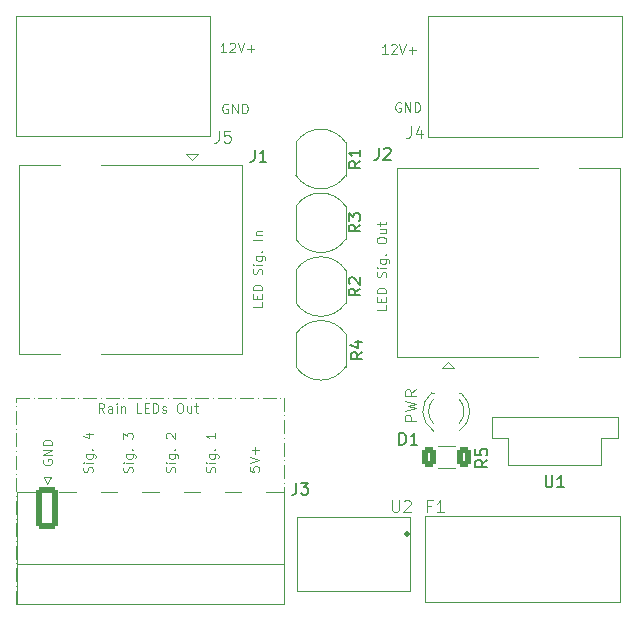
<source format=gto>
G04 #@! TF.GenerationSoftware,KiCad,Pcbnew,8.0.0*
G04 #@! TF.CreationDate,2024-11-14T09:55:02-06:00*
G04 #@! TF.ProjectId,RainSegmentDriver,5261696e-5365-4676-9d65-6e7444726976,rev?*
G04 #@! TF.SameCoordinates,Original*
G04 #@! TF.FileFunction,Legend,Top*
G04 #@! TF.FilePolarity,Positive*
%FSLAX46Y46*%
G04 Gerber Fmt 4.6, Leading zero omitted, Abs format (unit mm)*
G04 Created by KiCad (PCBNEW 8.0.0) date 2024-11-14 09:55:02*
%MOMM*%
%LPD*%
G01*
G04 APERTURE LIST*
G04 Aperture macros list*
%AMRoundRect*
0 Rectangle with rounded corners*
0 $1 Rounding radius*
0 $2 $3 $4 $5 $6 $7 $8 $9 X,Y pos of 4 corners*
0 Add a 4 corners polygon primitive as box body*
4,1,4,$2,$3,$4,$5,$6,$7,$8,$9,$2,$3,0*
0 Add four circle primitives for the rounded corners*
1,1,$1+$1,$2,$3*
1,1,$1+$1,$4,$5*
1,1,$1+$1,$6,$7*
1,1,$1+$1,$8,$9*
0 Add four rect primitives between the rounded corners*
20,1,$1+$1,$2,$3,$4,$5,0*
20,1,$1+$1,$4,$5,$6,$7,0*
20,1,$1+$1,$6,$7,$8,$9,0*
20,1,$1+$1,$8,$9,$2,$3,0*%
G04 Aperture macros list end*
%ADD10C,0.100000*%
%ADD11C,0.300000*%
%ADD12C,0.150000*%
%ADD13C,0.120000*%
%ADD14R,1.800000X1.800000*%
%ADD15C,1.800000*%
%ADD16C,2.362000*%
%ADD17C,3.200000*%
%ADD18R,0.508000X1.104900*%
%ADD19RoundRect,0.250000X-0.650000X-1.550000X0.650000X-1.550000X0.650000X1.550000X-0.650000X1.550000X0*%
%ADD20O,1.800000X3.600000*%
%ADD21C,3.250000*%
%ADD22R,1.500000X1.500000*%
%ADD23C,1.500000*%
%ADD24C,3.000000*%
%ADD25R,3.000000X1.500000*%
%ADD26O,3.000000X1.500000*%
%ADD27C,1.600000*%
%ADD28RoundRect,0.250000X0.312500X0.625000X-0.312500X0.625000X-0.312500X-0.625000X0.312500X-0.625000X0*%
G04 APERTURE END LIST*
D10*
X123275000Y-98705000D02*
X124375000Y-98705000D01*
X124775000Y-98705000D02*
X124775000Y-98705000D01*
X125175000Y-98705000D02*
X126275000Y-98705000D01*
X126675000Y-98705000D02*
X126675000Y-98705000D01*
X127075000Y-98705000D02*
X128175000Y-98705000D01*
X128575000Y-98705000D02*
X128575000Y-98705000D01*
X128975000Y-98705000D02*
X130075000Y-98705000D01*
X130475000Y-98705000D02*
X130475000Y-98705000D01*
X130875000Y-98705000D02*
X131975000Y-98705000D01*
X132375000Y-98705000D02*
X132375000Y-98705000D01*
X132775000Y-98705000D02*
X133875000Y-98705000D01*
X134275000Y-98705000D02*
X134275000Y-98705000D01*
X134675000Y-98705000D02*
X135775000Y-98705000D01*
X136175000Y-98705000D02*
X136175000Y-98705000D01*
X136575000Y-98705000D02*
X137675000Y-98705000D01*
X138075000Y-98705000D02*
X138075000Y-98705000D01*
X138475000Y-98705000D02*
X139575000Y-98705000D01*
X139975000Y-98705000D02*
X139975000Y-98705000D01*
X140375000Y-98705000D02*
X141475000Y-98705000D01*
X141875000Y-98705000D02*
X141875000Y-98705000D01*
X142275000Y-98705000D02*
X143375000Y-98705000D01*
X143775000Y-98705000D02*
X143775000Y-98705000D01*
X144175000Y-98705000D02*
X145275000Y-98705000D01*
X145675000Y-98705000D02*
X145675000Y-98705000D01*
X145985000Y-98705000D02*
X145985000Y-99805000D01*
X145985000Y-100205000D02*
X145985000Y-100205000D01*
X145985000Y-100605000D02*
X145985000Y-101705000D01*
X145985000Y-102105000D02*
X145985000Y-102105000D01*
X145985000Y-102505000D02*
X145985000Y-103605000D01*
X145985000Y-104005000D02*
X145985000Y-104005000D01*
X145985000Y-104405000D02*
X145985000Y-105505000D01*
X145985000Y-105905000D02*
X145985000Y-105905000D01*
X145985000Y-106305000D02*
X145985000Y-107405000D01*
X145985000Y-107805000D02*
X145985000Y-107805000D01*
X145985000Y-108205000D02*
X145985000Y-109305000D01*
X145985000Y-109705000D02*
X145985000Y-109705000D01*
X145985000Y-110105000D02*
X145985000Y-111205000D01*
X145985000Y-111605000D02*
X145985000Y-111605000D01*
X145985000Y-112005000D02*
X145985000Y-113105000D01*
X145985000Y-113505000D02*
X145985000Y-113505000D01*
X145985000Y-113905000D02*
X145985000Y-115005000D01*
X145985000Y-115405000D02*
X145985000Y-115405000D01*
X145985000Y-115805000D02*
X145985000Y-116140000D01*
X145985000Y-116140000D02*
X144885000Y-116140000D01*
X144485000Y-116140000D02*
X144485000Y-116140000D01*
X144085000Y-116140000D02*
X142985000Y-116140000D01*
X142585000Y-116140000D02*
X142585000Y-116140000D01*
X142185000Y-116140000D02*
X141085000Y-116140000D01*
X140685000Y-116140000D02*
X140685000Y-116140000D01*
X140285000Y-116140000D02*
X139185000Y-116140000D01*
X138785000Y-116140000D02*
X138785000Y-116140000D01*
X138385000Y-116140000D02*
X137285000Y-116140000D01*
X136885000Y-116140000D02*
X136885000Y-116140000D01*
X136485000Y-116140000D02*
X135385000Y-116140000D01*
X134985000Y-116140000D02*
X134985000Y-116140000D01*
X134585000Y-116140000D02*
X133485000Y-116140000D01*
X133085000Y-116140000D02*
X133085000Y-116140000D01*
X132685000Y-116140000D02*
X131585000Y-116140000D01*
X131185000Y-116140000D02*
X131185000Y-116140000D01*
X130785000Y-116140000D02*
X129685000Y-116140000D01*
X129285000Y-116140000D02*
X129285000Y-116140000D01*
X128885000Y-116140000D02*
X127785000Y-116140000D01*
X127385000Y-116140000D02*
X127385000Y-116140000D01*
X126985000Y-116140000D02*
X125885000Y-116140000D01*
X125485000Y-116140000D02*
X125485000Y-116140000D01*
X125085000Y-116140000D02*
X123985000Y-116140000D01*
X123585000Y-116140000D02*
X123585000Y-116140000D01*
X123275000Y-116140000D02*
X123275000Y-115040000D01*
X123275000Y-114640000D02*
X123275000Y-114640000D01*
X123275000Y-114240000D02*
X123275000Y-113140000D01*
X123275000Y-112740000D02*
X123275000Y-112740000D01*
X123275000Y-112340000D02*
X123275000Y-111240000D01*
X123275000Y-110840000D02*
X123275000Y-110840000D01*
X123275000Y-110440000D02*
X123275000Y-109340000D01*
X123275000Y-108940000D02*
X123275000Y-108940000D01*
X123275000Y-108540000D02*
X123275000Y-107440000D01*
X123275000Y-107040000D02*
X123275000Y-107040000D01*
X123275000Y-106640000D02*
X123275000Y-105540000D01*
X123275000Y-105140000D02*
X123275000Y-105140000D01*
X123275000Y-104740000D02*
X123275000Y-103640000D01*
X123275000Y-103240000D02*
X123275000Y-103240000D01*
X123275000Y-102840000D02*
X123275000Y-101740000D01*
X123275000Y-101340000D02*
X123275000Y-101340000D01*
X123275000Y-100940000D02*
X123275000Y-99840000D01*
X123275000Y-99440000D02*
X123275000Y-99440000D01*
X123275000Y-99040000D02*
X123275000Y-98705000D01*
D11*
X156379510Y-110187971D02*
X156450939Y-110259400D01*
X156450939Y-110259400D02*
X156379510Y-110330828D01*
X156379510Y-110330828D02*
X156308082Y-110259400D01*
X156308082Y-110259400D02*
X156379510Y-110187971D01*
X156379510Y-110187971D02*
X156379510Y-110330828D01*
D10*
X133133800Y-105011830D02*
X133171895Y-104897544D01*
X133171895Y-104897544D02*
X133171895Y-104707068D01*
X133171895Y-104707068D02*
X133133800Y-104630877D01*
X133133800Y-104630877D02*
X133095704Y-104592782D01*
X133095704Y-104592782D02*
X133019514Y-104554687D01*
X133019514Y-104554687D02*
X132943323Y-104554687D01*
X132943323Y-104554687D02*
X132867133Y-104592782D01*
X132867133Y-104592782D02*
X132829038Y-104630877D01*
X132829038Y-104630877D02*
X132790942Y-104707068D01*
X132790942Y-104707068D02*
X132752847Y-104859449D01*
X132752847Y-104859449D02*
X132714752Y-104935639D01*
X132714752Y-104935639D02*
X132676657Y-104973734D01*
X132676657Y-104973734D02*
X132600466Y-105011830D01*
X132600466Y-105011830D02*
X132524276Y-105011830D01*
X132524276Y-105011830D02*
X132448085Y-104973734D01*
X132448085Y-104973734D02*
X132409990Y-104935639D01*
X132409990Y-104935639D02*
X132371895Y-104859449D01*
X132371895Y-104859449D02*
X132371895Y-104668972D01*
X132371895Y-104668972D02*
X132409990Y-104554687D01*
X133171895Y-104211829D02*
X132638561Y-104211829D01*
X132371895Y-104211829D02*
X132409990Y-104249925D01*
X132409990Y-104249925D02*
X132448085Y-104211829D01*
X132448085Y-104211829D02*
X132409990Y-104173734D01*
X132409990Y-104173734D02*
X132371895Y-104211829D01*
X132371895Y-104211829D02*
X132448085Y-104211829D01*
X132638561Y-103488020D02*
X133286180Y-103488020D01*
X133286180Y-103488020D02*
X133362371Y-103526115D01*
X133362371Y-103526115D02*
X133400466Y-103564211D01*
X133400466Y-103564211D02*
X133438561Y-103640401D01*
X133438561Y-103640401D02*
X133438561Y-103754687D01*
X133438561Y-103754687D02*
X133400466Y-103830877D01*
X133133800Y-103488020D02*
X133171895Y-103564211D01*
X133171895Y-103564211D02*
X133171895Y-103716592D01*
X133171895Y-103716592D02*
X133133800Y-103792782D01*
X133133800Y-103792782D02*
X133095704Y-103830877D01*
X133095704Y-103830877D02*
X133019514Y-103868973D01*
X133019514Y-103868973D02*
X132790942Y-103868973D01*
X132790942Y-103868973D02*
X132714752Y-103830877D01*
X132714752Y-103830877D02*
X132676657Y-103792782D01*
X132676657Y-103792782D02*
X132638561Y-103716592D01*
X132638561Y-103716592D02*
X132638561Y-103564211D01*
X132638561Y-103564211D02*
X132676657Y-103488020D01*
X133095704Y-103107067D02*
X133133800Y-103068972D01*
X133133800Y-103068972D02*
X133171895Y-103107067D01*
X133171895Y-103107067D02*
X133133800Y-103145163D01*
X133133800Y-103145163D02*
X133095704Y-103107067D01*
X133095704Y-103107067D02*
X133171895Y-103107067D01*
X132371895Y-102192782D02*
X132371895Y-101697544D01*
X132371895Y-101697544D02*
X132676657Y-101964210D01*
X132676657Y-101964210D02*
X132676657Y-101849925D01*
X132676657Y-101849925D02*
X132714752Y-101773734D01*
X132714752Y-101773734D02*
X132752847Y-101735639D01*
X132752847Y-101735639D02*
X132829038Y-101697544D01*
X132829038Y-101697544D02*
X133019514Y-101697544D01*
X133019514Y-101697544D02*
X133095704Y-101735639D01*
X133095704Y-101735639D02*
X133133800Y-101773734D01*
X133133800Y-101773734D02*
X133171895Y-101849925D01*
X133171895Y-101849925D02*
X133171895Y-102078496D01*
X133171895Y-102078496D02*
X133133800Y-102154687D01*
X133133800Y-102154687D02*
X133095704Y-102192782D01*
X141225312Y-73859990D02*
X141149122Y-73821895D01*
X141149122Y-73821895D02*
X141034836Y-73821895D01*
X141034836Y-73821895D02*
X140920550Y-73859990D01*
X140920550Y-73859990D02*
X140844360Y-73936180D01*
X140844360Y-73936180D02*
X140806265Y-74012371D01*
X140806265Y-74012371D02*
X140768169Y-74164752D01*
X140768169Y-74164752D02*
X140768169Y-74279038D01*
X140768169Y-74279038D02*
X140806265Y-74431419D01*
X140806265Y-74431419D02*
X140844360Y-74507609D01*
X140844360Y-74507609D02*
X140920550Y-74583800D01*
X140920550Y-74583800D02*
X141034836Y-74621895D01*
X141034836Y-74621895D02*
X141111027Y-74621895D01*
X141111027Y-74621895D02*
X141225312Y-74583800D01*
X141225312Y-74583800D02*
X141263408Y-74545704D01*
X141263408Y-74545704D02*
X141263408Y-74279038D01*
X141263408Y-74279038D02*
X141111027Y-74279038D01*
X141606265Y-74621895D02*
X141606265Y-73821895D01*
X141606265Y-73821895D02*
X142063408Y-74621895D01*
X142063408Y-74621895D02*
X142063408Y-73821895D01*
X142444360Y-74621895D02*
X142444360Y-73821895D01*
X142444360Y-73821895D02*
X142634836Y-73821895D01*
X142634836Y-73821895D02*
X142749122Y-73859990D01*
X142749122Y-73859990D02*
X142825312Y-73936180D01*
X142825312Y-73936180D02*
X142863407Y-74012371D01*
X142863407Y-74012371D02*
X142901503Y-74164752D01*
X142901503Y-74164752D02*
X142901503Y-74279038D01*
X142901503Y-74279038D02*
X142863407Y-74431419D01*
X142863407Y-74431419D02*
X142825312Y-74507609D01*
X142825312Y-74507609D02*
X142749122Y-74583800D01*
X142749122Y-74583800D02*
X142634836Y-74621895D01*
X142634836Y-74621895D02*
X142444360Y-74621895D01*
X136733800Y-105011830D02*
X136771895Y-104897544D01*
X136771895Y-104897544D02*
X136771895Y-104707068D01*
X136771895Y-104707068D02*
X136733800Y-104630877D01*
X136733800Y-104630877D02*
X136695704Y-104592782D01*
X136695704Y-104592782D02*
X136619514Y-104554687D01*
X136619514Y-104554687D02*
X136543323Y-104554687D01*
X136543323Y-104554687D02*
X136467133Y-104592782D01*
X136467133Y-104592782D02*
X136429038Y-104630877D01*
X136429038Y-104630877D02*
X136390942Y-104707068D01*
X136390942Y-104707068D02*
X136352847Y-104859449D01*
X136352847Y-104859449D02*
X136314752Y-104935639D01*
X136314752Y-104935639D02*
X136276657Y-104973734D01*
X136276657Y-104973734D02*
X136200466Y-105011830D01*
X136200466Y-105011830D02*
X136124276Y-105011830D01*
X136124276Y-105011830D02*
X136048085Y-104973734D01*
X136048085Y-104973734D02*
X136009990Y-104935639D01*
X136009990Y-104935639D02*
X135971895Y-104859449D01*
X135971895Y-104859449D02*
X135971895Y-104668972D01*
X135971895Y-104668972D02*
X136009990Y-104554687D01*
X136771895Y-104211829D02*
X136238561Y-104211829D01*
X135971895Y-104211829D02*
X136009990Y-104249925D01*
X136009990Y-104249925D02*
X136048085Y-104211829D01*
X136048085Y-104211829D02*
X136009990Y-104173734D01*
X136009990Y-104173734D02*
X135971895Y-104211829D01*
X135971895Y-104211829D02*
X136048085Y-104211829D01*
X136238561Y-103488020D02*
X136886180Y-103488020D01*
X136886180Y-103488020D02*
X136962371Y-103526115D01*
X136962371Y-103526115D02*
X137000466Y-103564211D01*
X137000466Y-103564211D02*
X137038561Y-103640401D01*
X137038561Y-103640401D02*
X137038561Y-103754687D01*
X137038561Y-103754687D02*
X137000466Y-103830877D01*
X136733800Y-103488020D02*
X136771895Y-103564211D01*
X136771895Y-103564211D02*
X136771895Y-103716592D01*
X136771895Y-103716592D02*
X136733800Y-103792782D01*
X136733800Y-103792782D02*
X136695704Y-103830877D01*
X136695704Y-103830877D02*
X136619514Y-103868973D01*
X136619514Y-103868973D02*
X136390942Y-103868973D01*
X136390942Y-103868973D02*
X136314752Y-103830877D01*
X136314752Y-103830877D02*
X136276657Y-103792782D01*
X136276657Y-103792782D02*
X136238561Y-103716592D01*
X136238561Y-103716592D02*
X136238561Y-103564211D01*
X136238561Y-103564211D02*
X136276657Y-103488020D01*
X136695704Y-103107067D02*
X136733800Y-103068972D01*
X136733800Y-103068972D02*
X136771895Y-103107067D01*
X136771895Y-103107067D02*
X136733800Y-103145163D01*
X136733800Y-103145163D02*
X136695704Y-103107067D01*
X136695704Y-103107067D02*
X136771895Y-103107067D01*
X136048085Y-102154687D02*
X136009990Y-102116591D01*
X136009990Y-102116591D02*
X135971895Y-102040401D01*
X135971895Y-102040401D02*
X135971895Y-101849925D01*
X135971895Y-101849925D02*
X136009990Y-101773734D01*
X136009990Y-101773734D02*
X136048085Y-101735639D01*
X136048085Y-101735639D02*
X136124276Y-101697544D01*
X136124276Y-101697544D02*
X136200466Y-101697544D01*
X136200466Y-101697544D02*
X136314752Y-101735639D01*
X136314752Y-101735639D02*
X136771895Y-102192782D01*
X136771895Y-102192782D02*
X136771895Y-101697544D01*
X157197419Y-100726115D02*
X156197419Y-100726115D01*
X156197419Y-100726115D02*
X156197419Y-100345163D01*
X156197419Y-100345163D02*
X156245038Y-100249925D01*
X156245038Y-100249925D02*
X156292657Y-100202306D01*
X156292657Y-100202306D02*
X156387895Y-100154687D01*
X156387895Y-100154687D02*
X156530752Y-100154687D01*
X156530752Y-100154687D02*
X156625990Y-100202306D01*
X156625990Y-100202306D02*
X156673609Y-100249925D01*
X156673609Y-100249925D02*
X156721228Y-100345163D01*
X156721228Y-100345163D02*
X156721228Y-100726115D01*
X156197419Y-99821353D02*
X157197419Y-99583258D01*
X157197419Y-99583258D02*
X156483133Y-99392782D01*
X156483133Y-99392782D02*
X157197419Y-99202306D01*
X157197419Y-99202306D02*
X156197419Y-98964211D01*
X157197419Y-98011830D02*
X156721228Y-98345163D01*
X157197419Y-98583258D02*
X156197419Y-98583258D01*
X156197419Y-98583258D02*
X156197419Y-98202306D01*
X156197419Y-98202306D02*
X156245038Y-98107068D01*
X156245038Y-98107068D02*
X156292657Y-98059449D01*
X156292657Y-98059449D02*
X156387895Y-98011830D01*
X156387895Y-98011830D02*
X156530752Y-98011830D01*
X156530752Y-98011830D02*
X156625990Y-98059449D01*
X156625990Y-98059449D02*
X156673609Y-98107068D01*
X156673609Y-98107068D02*
X156721228Y-98202306D01*
X156721228Y-98202306D02*
X156721228Y-98583258D01*
X154750312Y-69596895D02*
X154293169Y-69596895D01*
X154521741Y-69596895D02*
X154521741Y-68796895D01*
X154521741Y-68796895D02*
X154445550Y-68911180D01*
X154445550Y-68911180D02*
X154369360Y-68987371D01*
X154369360Y-68987371D02*
X154293169Y-69025466D01*
X155055074Y-68873085D02*
X155093170Y-68834990D01*
X155093170Y-68834990D02*
X155169360Y-68796895D01*
X155169360Y-68796895D02*
X155359836Y-68796895D01*
X155359836Y-68796895D02*
X155436027Y-68834990D01*
X155436027Y-68834990D02*
X155474122Y-68873085D01*
X155474122Y-68873085D02*
X155512217Y-68949276D01*
X155512217Y-68949276D02*
X155512217Y-69025466D01*
X155512217Y-69025466D02*
X155474122Y-69139752D01*
X155474122Y-69139752D02*
X155016979Y-69596895D01*
X155016979Y-69596895D02*
X155512217Y-69596895D01*
X155740789Y-68796895D02*
X156007456Y-69596895D01*
X156007456Y-69596895D02*
X156274122Y-68796895D01*
X156540789Y-69292133D02*
X157150313Y-69292133D01*
X156845551Y-69596895D02*
X156845551Y-68987371D01*
X125609990Y-103954687D02*
X125571895Y-104030877D01*
X125571895Y-104030877D02*
X125571895Y-104145163D01*
X125571895Y-104145163D02*
X125609990Y-104259449D01*
X125609990Y-104259449D02*
X125686180Y-104335639D01*
X125686180Y-104335639D02*
X125762371Y-104373734D01*
X125762371Y-104373734D02*
X125914752Y-104411830D01*
X125914752Y-104411830D02*
X126029038Y-104411830D01*
X126029038Y-104411830D02*
X126181419Y-104373734D01*
X126181419Y-104373734D02*
X126257609Y-104335639D01*
X126257609Y-104335639D02*
X126333800Y-104259449D01*
X126333800Y-104259449D02*
X126371895Y-104145163D01*
X126371895Y-104145163D02*
X126371895Y-104068972D01*
X126371895Y-104068972D02*
X126333800Y-103954687D01*
X126333800Y-103954687D02*
X126295704Y-103916591D01*
X126295704Y-103916591D02*
X126029038Y-103916591D01*
X126029038Y-103916591D02*
X126029038Y-104068972D01*
X126371895Y-103573734D02*
X125571895Y-103573734D01*
X125571895Y-103573734D02*
X126371895Y-103116591D01*
X126371895Y-103116591D02*
X125571895Y-103116591D01*
X126371895Y-102735639D02*
X125571895Y-102735639D01*
X125571895Y-102735639D02*
X125571895Y-102545163D01*
X125571895Y-102545163D02*
X125609990Y-102430877D01*
X125609990Y-102430877D02*
X125686180Y-102354687D01*
X125686180Y-102354687D02*
X125762371Y-102316592D01*
X125762371Y-102316592D02*
X125914752Y-102278496D01*
X125914752Y-102278496D02*
X126029038Y-102278496D01*
X126029038Y-102278496D02*
X126181419Y-102316592D01*
X126181419Y-102316592D02*
X126257609Y-102354687D01*
X126257609Y-102354687D02*
X126333800Y-102430877D01*
X126333800Y-102430877D02*
X126371895Y-102545163D01*
X126371895Y-102545163D02*
X126371895Y-102735639D01*
X141075312Y-69471895D02*
X140618169Y-69471895D01*
X140846741Y-69471895D02*
X140846741Y-68671895D01*
X140846741Y-68671895D02*
X140770550Y-68786180D01*
X140770550Y-68786180D02*
X140694360Y-68862371D01*
X140694360Y-68862371D02*
X140618169Y-68900466D01*
X141380074Y-68748085D02*
X141418170Y-68709990D01*
X141418170Y-68709990D02*
X141494360Y-68671895D01*
X141494360Y-68671895D02*
X141684836Y-68671895D01*
X141684836Y-68671895D02*
X141761027Y-68709990D01*
X141761027Y-68709990D02*
X141799122Y-68748085D01*
X141799122Y-68748085D02*
X141837217Y-68824276D01*
X141837217Y-68824276D02*
X141837217Y-68900466D01*
X141837217Y-68900466D02*
X141799122Y-69014752D01*
X141799122Y-69014752D02*
X141341979Y-69471895D01*
X141341979Y-69471895D02*
X141837217Y-69471895D01*
X142065789Y-68671895D02*
X142332456Y-69471895D01*
X142332456Y-69471895D02*
X142599122Y-68671895D01*
X142865789Y-69167133D02*
X143475313Y-69167133D01*
X143170551Y-69471895D02*
X143170551Y-68862371D01*
X140133800Y-105011830D02*
X140171895Y-104897544D01*
X140171895Y-104897544D02*
X140171895Y-104707068D01*
X140171895Y-104707068D02*
X140133800Y-104630877D01*
X140133800Y-104630877D02*
X140095704Y-104592782D01*
X140095704Y-104592782D02*
X140019514Y-104554687D01*
X140019514Y-104554687D02*
X139943323Y-104554687D01*
X139943323Y-104554687D02*
X139867133Y-104592782D01*
X139867133Y-104592782D02*
X139829038Y-104630877D01*
X139829038Y-104630877D02*
X139790942Y-104707068D01*
X139790942Y-104707068D02*
X139752847Y-104859449D01*
X139752847Y-104859449D02*
X139714752Y-104935639D01*
X139714752Y-104935639D02*
X139676657Y-104973734D01*
X139676657Y-104973734D02*
X139600466Y-105011830D01*
X139600466Y-105011830D02*
X139524276Y-105011830D01*
X139524276Y-105011830D02*
X139448085Y-104973734D01*
X139448085Y-104973734D02*
X139409990Y-104935639D01*
X139409990Y-104935639D02*
X139371895Y-104859449D01*
X139371895Y-104859449D02*
X139371895Y-104668972D01*
X139371895Y-104668972D02*
X139409990Y-104554687D01*
X140171895Y-104211829D02*
X139638561Y-104211829D01*
X139371895Y-104211829D02*
X139409990Y-104249925D01*
X139409990Y-104249925D02*
X139448085Y-104211829D01*
X139448085Y-104211829D02*
X139409990Y-104173734D01*
X139409990Y-104173734D02*
X139371895Y-104211829D01*
X139371895Y-104211829D02*
X139448085Y-104211829D01*
X139638561Y-103488020D02*
X140286180Y-103488020D01*
X140286180Y-103488020D02*
X140362371Y-103526115D01*
X140362371Y-103526115D02*
X140400466Y-103564211D01*
X140400466Y-103564211D02*
X140438561Y-103640401D01*
X140438561Y-103640401D02*
X140438561Y-103754687D01*
X140438561Y-103754687D02*
X140400466Y-103830877D01*
X140133800Y-103488020D02*
X140171895Y-103564211D01*
X140171895Y-103564211D02*
X140171895Y-103716592D01*
X140171895Y-103716592D02*
X140133800Y-103792782D01*
X140133800Y-103792782D02*
X140095704Y-103830877D01*
X140095704Y-103830877D02*
X140019514Y-103868973D01*
X140019514Y-103868973D02*
X139790942Y-103868973D01*
X139790942Y-103868973D02*
X139714752Y-103830877D01*
X139714752Y-103830877D02*
X139676657Y-103792782D01*
X139676657Y-103792782D02*
X139638561Y-103716592D01*
X139638561Y-103716592D02*
X139638561Y-103564211D01*
X139638561Y-103564211D02*
X139676657Y-103488020D01*
X140095704Y-103107067D02*
X140133800Y-103068972D01*
X140133800Y-103068972D02*
X140171895Y-103107067D01*
X140171895Y-103107067D02*
X140133800Y-103145163D01*
X140133800Y-103145163D02*
X140095704Y-103107067D01*
X140095704Y-103107067D02*
X140171895Y-103107067D01*
X140171895Y-101697544D02*
X140171895Y-102154687D01*
X140171895Y-101926115D02*
X139371895Y-101926115D01*
X139371895Y-101926115D02*
X139486180Y-102002306D01*
X139486180Y-102002306D02*
X139562371Y-102078496D01*
X139562371Y-102078496D02*
X139600466Y-102154687D01*
X129733800Y-105011830D02*
X129771895Y-104897544D01*
X129771895Y-104897544D02*
X129771895Y-104707068D01*
X129771895Y-104707068D02*
X129733800Y-104630877D01*
X129733800Y-104630877D02*
X129695704Y-104592782D01*
X129695704Y-104592782D02*
X129619514Y-104554687D01*
X129619514Y-104554687D02*
X129543323Y-104554687D01*
X129543323Y-104554687D02*
X129467133Y-104592782D01*
X129467133Y-104592782D02*
X129429038Y-104630877D01*
X129429038Y-104630877D02*
X129390942Y-104707068D01*
X129390942Y-104707068D02*
X129352847Y-104859449D01*
X129352847Y-104859449D02*
X129314752Y-104935639D01*
X129314752Y-104935639D02*
X129276657Y-104973734D01*
X129276657Y-104973734D02*
X129200466Y-105011830D01*
X129200466Y-105011830D02*
X129124276Y-105011830D01*
X129124276Y-105011830D02*
X129048085Y-104973734D01*
X129048085Y-104973734D02*
X129009990Y-104935639D01*
X129009990Y-104935639D02*
X128971895Y-104859449D01*
X128971895Y-104859449D02*
X128971895Y-104668972D01*
X128971895Y-104668972D02*
X129009990Y-104554687D01*
X129771895Y-104211829D02*
X129238561Y-104211829D01*
X128971895Y-104211829D02*
X129009990Y-104249925D01*
X129009990Y-104249925D02*
X129048085Y-104211829D01*
X129048085Y-104211829D02*
X129009990Y-104173734D01*
X129009990Y-104173734D02*
X128971895Y-104211829D01*
X128971895Y-104211829D02*
X129048085Y-104211829D01*
X129238561Y-103488020D02*
X129886180Y-103488020D01*
X129886180Y-103488020D02*
X129962371Y-103526115D01*
X129962371Y-103526115D02*
X130000466Y-103564211D01*
X130000466Y-103564211D02*
X130038561Y-103640401D01*
X130038561Y-103640401D02*
X130038561Y-103754687D01*
X130038561Y-103754687D02*
X130000466Y-103830877D01*
X129733800Y-103488020D02*
X129771895Y-103564211D01*
X129771895Y-103564211D02*
X129771895Y-103716592D01*
X129771895Y-103716592D02*
X129733800Y-103792782D01*
X129733800Y-103792782D02*
X129695704Y-103830877D01*
X129695704Y-103830877D02*
X129619514Y-103868973D01*
X129619514Y-103868973D02*
X129390942Y-103868973D01*
X129390942Y-103868973D02*
X129314752Y-103830877D01*
X129314752Y-103830877D02*
X129276657Y-103792782D01*
X129276657Y-103792782D02*
X129238561Y-103716592D01*
X129238561Y-103716592D02*
X129238561Y-103564211D01*
X129238561Y-103564211D02*
X129276657Y-103488020D01*
X129695704Y-103107067D02*
X129733800Y-103068972D01*
X129733800Y-103068972D02*
X129771895Y-103107067D01*
X129771895Y-103107067D02*
X129733800Y-103145163D01*
X129733800Y-103145163D02*
X129695704Y-103107067D01*
X129695704Y-103107067D02*
X129771895Y-103107067D01*
X129238561Y-101773734D02*
X129771895Y-101773734D01*
X128933800Y-101964210D02*
X129505228Y-102154687D01*
X129505228Y-102154687D02*
X129505228Y-101659448D01*
X144146895Y-90612782D02*
X144146895Y-90993734D01*
X144146895Y-90993734D02*
X143346895Y-90993734D01*
X143727847Y-90346115D02*
X143727847Y-90079449D01*
X144146895Y-89965163D02*
X144146895Y-90346115D01*
X144146895Y-90346115D02*
X143346895Y-90346115D01*
X143346895Y-90346115D02*
X143346895Y-89965163D01*
X144146895Y-89622305D02*
X143346895Y-89622305D01*
X143346895Y-89622305D02*
X143346895Y-89431829D01*
X143346895Y-89431829D02*
X143384990Y-89317543D01*
X143384990Y-89317543D02*
X143461180Y-89241353D01*
X143461180Y-89241353D02*
X143537371Y-89203258D01*
X143537371Y-89203258D02*
X143689752Y-89165162D01*
X143689752Y-89165162D02*
X143804038Y-89165162D01*
X143804038Y-89165162D02*
X143956419Y-89203258D01*
X143956419Y-89203258D02*
X144032609Y-89241353D01*
X144032609Y-89241353D02*
X144108800Y-89317543D01*
X144108800Y-89317543D02*
X144146895Y-89431829D01*
X144146895Y-89431829D02*
X144146895Y-89622305D01*
X144108800Y-88250877D02*
X144146895Y-88136591D01*
X144146895Y-88136591D02*
X144146895Y-87946115D01*
X144146895Y-87946115D02*
X144108800Y-87869924D01*
X144108800Y-87869924D02*
X144070704Y-87831829D01*
X144070704Y-87831829D02*
X143994514Y-87793734D01*
X143994514Y-87793734D02*
X143918323Y-87793734D01*
X143918323Y-87793734D02*
X143842133Y-87831829D01*
X143842133Y-87831829D02*
X143804038Y-87869924D01*
X143804038Y-87869924D02*
X143765942Y-87946115D01*
X143765942Y-87946115D02*
X143727847Y-88098496D01*
X143727847Y-88098496D02*
X143689752Y-88174686D01*
X143689752Y-88174686D02*
X143651657Y-88212781D01*
X143651657Y-88212781D02*
X143575466Y-88250877D01*
X143575466Y-88250877D02*
X143499276Y-88250877D01*
X143499276Y-88250877D02*
X143423085Y-88212781D01*
X143423085Y-88212781D02*
X143384990Y-88174686D01*
X143384990Y-88174686D02*
X143346895Y-88098496D01*
X143346895Y-88098496D02*
X143346895Y-87908019D01*
X143346895Y-87908019D02*
X143384990Y-87793734D01*
X144146895Y-87450876D02*
X143613561Y-87450876D01*
X143346895Y-87450876D02*
X143384990Y-87488972D01*
X143384990Y-87488972D02*
X143423085Y-87450876D01*
X143423085Y-87450876D02*
X143384990Y-87412781D01*
X143384990Y-87412781D02*
X143346895Y-87450876D01*
X143346895Y-87450876D02*
X143423085Y-87450876D01*
X143613561Y-86727067D02*
X144261180Y-86727067D01*
X144261180Y-86727067D02*
X144337371Y-86765162D01*
X144337371Y-86765162D02*
X144375466Y-86803258D01*
X144375466Y-86803258D02*
X144413561Y-86879448D01*
X144413561Y-86879448D02*
X144413561Y-86993734D01*
X144413561Y-86993734D02*
X144375466Y-87069924D01*
X144108800Y-86727067D02*
X144146895Y-86803258D01*
X144146895Y-86803258D02*
X144146895Y-86955639D01*
X144146895Y-86955639D02*
X144108800Y-87031829D01*
X144108800Y-87031829D02*
X144070704Y-87069924D01*
X144070704Y-87069924D02*
X143994514Y-87108020D01*
X143994514Y-87108020D02*
X143765942Y-87108020D01*
X143765942Y-87108020D02*
X143689752Y-87069924D01*
X143689752Y-87069924D02*
X143651657Y-87031829D01*
X143651657Y-87031829D02*
X143613561Y-86955639D01*
X143613561Y-86955639D02*
X143613561Y-86803258D01*
X143613561Y-86803258D02*
X143651657Y-86727067D01*
X144070704Y-86346114D02*
X144108800Y-86308019D01*
X144108800Y-86308019D02*
X144146895Y-86346114D01*
X144146895Y-86346114D02*
X144108800Y-86384210D01*
X144108800Y-86384210D02*
X144070704Y-86346114D01*
X144070704Y-86346114D02*
X144146895Y-86346114D01*
X144146895Y-85355638D02*
X143346895Y-85355638D01*
X143613561Y-84974686D02*
X144146895Y-84974686D01*
X143689752Y-84974686D02*
X143651657Y-84936591D01*
X143651657Y-84936591D02*
X143613561Y-84860401D01*
X143613561Y-84860401D02*
X143613561Y-84746115D01*
X143613561Y-84746115D02*
X143651657Y-84669924D01*
X143651657Y-84669924D02*
X143727847Y-84631829D01*
X143727847Y-84631829D02*
X144146895Y-84631829D01*
X155850312Y-73739990D02*
X155774122Y-73701895D01*
X155774122Y-73701895D02*
X155659836Y-73701895D01*
X155659836Y-73701895D02*
X155545550Y-73739990D01*
X155545550Y-73739990D02*
X155469360Y-73816180D01*
X155469360Y-73816180D02*
X155431265Y-73892371D01*
X155431265Y-73892371D02*
X155393169Y-74044752D01*
X155393169Y-74044752D02*
X155393169Y-74159038D01*
X155393169Y-74159038D02*
X155431265Y-74311419D01*
X155431265Y-74311419D02*
X155469360Y-74387609D01*
X155469360Y-74387609D02*
X155545550Y-74463800D01*
X155545550Y-74463800D02*
X155659836Y-74501895D01*
X155659836Y-74501895D02*
X155736027Y-74501895D01*
X155736027Y-74501895D02*
X155850312Y-74463800D01*
X155850312Y-74463800D02*
X155888408Y-74425704D01*
X155888408Y-74425704D02*
X155888408Y-74159038D01*
X155888408Y-74159038D02*
X155736027Y-74159038D01*
X156231265Y-74501895D02*
X156231265Y-73701895D01*
X156231265Y-73701895D02*
X156688408Y-74501895D01*
X156688408Y-74501895D02*
X156688408Y-73701895D01*
X157069360Y-74501895D02*
X157069360Y-73701895D01*
X157069360Y-73701895D02*
X157259836Y-73701895D01*
X157259836Y-73701895D02*
X157374122Y-73739990D01*
X157374122Y-73739990D02*
X157450312Y-73816180D01*
X157450312Y-73816180D02*
X157488407Y-73892371D01*
X157488407Y-73892371D02*
X157526503Y-74044752D01*
X157526503Y-74044752D02*
X157526503Y-74159038D01*
X157526503Y-74159038D02*
X157488407Y-74311419D01*
X157488407Y-74311419D02*
X157450312Y-74387609D01*
X157450312Y-74387609D02*
X157374122Y-74463800D01*
X157374122Y-74463800D02*
X157259836Y-74501895D01*
X157259836Y-74501895D02*
X157069360Y-74501895D01*
X154646895Y-90862782D02*
X154646895Y-91243734D01*
X154646895Y-91243734D02*
X153846895Y-91243734D01*
X154227847Y-90596115D02*
X154227847Y-90329449D01*
X154646895Y-90215163D02*
X154646895Y-90596115D01*
X154646895Y-90596115D02*
X153846895Y-90596115D01*
X153846895Y-90596115D02*
X153846895Y-90215163D01*
X154646895Y-89872305D02*
X153846895Y-89872305D01*
X153846895Y-89872305D02*
X153846895Y-89681829D01*
X153846895Y-89681829D02*
X153884990Y-89567543D01*
X153884990Y-89567543D02*
X153961180Y-89491353D01*
X153961180Y-89491353D02*
X154037371Y-89453258D01*
X154037371Y-89453258D02*
X154189752Y-89415162D01*
X154189752Y-89415162D02*
X154304038Y-89415162D01*
X154304038Y-89415162D02*
X154456419Y-89453258D01*
X154456419Y-89453258D02*
X154532609Y-89491353D01*
X154532609Y-89491353D02*
X154608800Y-89567543D01*
X154608800Y-89567543D02*
X154646895Y-89681829D01*
X154646895Y-89681829D02*
X154646895Y-89872305D01*
X154608800Y-88500877D02*
X154646895Y-88386591D01*
X154646895Y-88386591D02*
X154646895Y-88196115D01*
X154646895Y-88196115D02*
X154608800Y-88119924D01*
X154608800Y-88119924D02*
X154570704Y-88081829D01*
X154570704Y-88081829D02*
X154494514Y-88043734D01*
X154494514Y-88043734D02*
X154418323Y-88043734D01*
X154418323Y-88043734D02*
X154342133Y-88081829D01*
X154342133Y-88081829D02*
X154304038Y-88119924D01*
X154304038Y-88119924D02*
X154265942Y-88196115D01*
X154265942Y-88196115D02*
X154227847Y-88348496D01*
X154227847Y-88348496D02*
X154189752Y-88424686D01*
X154189752Y-88424686D02*
X154151657Y-88462781D01*
X154151657Y-88462781D02*
X154075466Y-88500877D01*
X154075466Y-88500877D02*
X153999276Y-88500877D01*
X153999276Y-88500877D02*
X153923085Y-88462781D01*
X153923085Y-88462781D02*
X153884990Y-88424686D01*
X153884990Y-88424686D02*
X153846895Y-88348496D01*
X153846895Y-88348496D02*
X153846895Y-88158019D01*
X153846895Y-88158019D02*
X153884990Y-88043734D01*
X154646895Y-87700876D02*
X154113561Y-87700876D01*
X153846895Y-87700876D02*
X153884990Y-87738972D01*
X153884990Y-87738972D02*
X153923085Y-87700876D01*
X153923085Y-87700876D02*
X153884990Y-87662781D01*
X153884990Y-87662781D02*
X153846895Y-87700876D01*
X153846895Y-87700876D02*
X153923085Y-87700876D01*
X154113561Y-86977067D02*
X154761180Y-86977067D01*
X154761180Y-86977067D02*
X154837371Y-87015162D01*
X154837371Y-87015162D02*
X154875466Y-87053258D01*
X154875466Y-87053258D02*
X154913561Y-87129448D01*
X154913561Y-87129448D02*
X154913561Y-87243734D01*
X154913561Y-87243734D02*
X154875466Y-87319924D01*
X154608800Y-86977067D02*
X154646895Y-87053258D01*
X154646895Y-87053258D02*
X154646895Y-87205639D01*
X154646895Y-87205639D02*
X154608800Y-87281829D01*
X154608800Y-87281829D02*
X154570704Y-87319924D01*
X154570704Y-87319924D02*
X154494514Y-87358020D01*
X154494514Y-87358020D02*
X154265942Y-87358020D01*
X154265942Y-87358020D02*
X154189752Y-87319924D01*
X154189752Y-87319924D02*
X154151657Y-87281829D01*
X154151657Y-87281829D02*
X154113561Y-87205639D01*
X154113561Y-87205639D02*
X154113561Y-87053258D01*
X154113561Y-87053258D02*
X154151657Y-86977067D01*
X154570704Y-86596114D02*
X154608800Y-86558019D01*
X154608800Y-86558019D02*
X154646895Y-86596114D01*
X154646895Y-86596114D02*
X154608800Y-86634210D01*
X154608800Y-86634210D02*
X154570704Y-86596114D01*
X154570704Y-86596114D02*
X154646895Y-86596114D01*
X153846895Y-85453257D02*
X153846895Y-85300876D01*
X153846895Y-85300876D02*
X153884990Y-85224686D01*
X153884990Y-85224686D02*
X153961180Y-85148495D01*
X153961180Y-85148495D02*
X154113561Y-85110400D01*
X154113561Y-85110400D02*
X154380228Y-85110400D01*
X154380228Y-85110400D02*
X154532609Y-85148495D01*
X154532609Y-85148495D02*
X154608800Y-85224686D01*
X154608800Y-85224686D02*
X154646895Y-85300876D01*
X154646895Y-85300876D02*
X154646895Y-85453257D01*
X154646895Y-85453257D02*
X154608800Y-85529448D01*
X154608800Y-85529448D02*
X154532609Y-85605638D01*
X154532609Y-85605638D02*
X154380228Y-85643734D01*
X154380228Y-85643734D02*
X154113561Y-85643734D01*
X154113561Y-85643734D02*
X153961180Y-85605638D01*
X153961180Y-85605638D02*
X153884990Y-85529448D01*
X153884990Y-85529448D02*
X153846895Y-85453257D01*
X154113561Y-84424686D02*
X154646895Y-84424686D01*
X154113561Y-84767543D02*
X154532609Y-84767543D01*
X154532609Y-84767543D02*
X154608800Y-84729448D01*
X154608800Y-84729448D02*
X154646895Y-84653258D01*
X154646895Y-84653258D02*
X154646895Y-84538972D01*
X154646895Y-84538972D02*
X154608800Y-84462781D01*
X154608800Y-84462781D02*
X154570704Y-84424686D01*
X154113561Y-84158019D02*
X154113561Y-83853257D01*
X153846895Y-84043733D02*
X154532609Y-84043733D01*
X154532609Y-84043733D02*
X154608800Y-84005638D01*
X154608800Y-84005638D02*
X154646895Y-83929448D01*
X154646895Y-83929448D02*
X154646895Y-83853257D01*
X130748261Y-99983395D02*
X130481594Y-99602442D01*
X130291118Y-99983395D02*
X130291118Y-99183395D01*
X130291118Y-99183395D02*
X130595880Y-99183395D01*
X130595880Y-99183395D02*
X130672070Y-99221490D01*
X130672070Y-99221490D02*
X130710165Y-99259585D01*
X130710165Y-99259585D02*
X130748261Y-99335776D01*
X130748261Y-99335776D02*
X130748261Y-99450061D01*
X130748261Y-99450061D02*
X130710165Y-99526252D01*
X130710165Y-99526252D02*
X130672070Y-99564347D01*
X130672070Y-99564347D02*
X130595880Y-99602442D01*
X130595880Y-99602442D02*
X130291118Y-99602442D01*
X131433975Y-99983395D02*
X131433975Y-99564347D01*
X131433975Y-99564347D02*
X131395880Y-99488157D01*
X131395880Y-99488157D02*
X131319689Y-99450061D01*
X131319689Y-99450061D02*
X131167308Y-99450061D01*
X131167308Y-99450061D02*
X131091118Y-99488157D01*
X131433975Y-99945300D02*
X131357784Y-99983395D01*
X131357784Y-99983395D02*
X131167308Y-99983395D01*
X131167308Y-99983395D02*
X131091118Y-99945300D01*
X131091118Y-99945300D02*
X131053022Y-99869109D01*
X131053022Y-99869109D02*
X131053022Y-99792919D01*
X131053022Y-99792919D02*
X131091118Y-99716728D01*
X131091118Y-99716728D02*
X131167308Y-99678633D01*
X131167308Y-99678633D02*
X131357784Y-99678633D01*
X131357784Y-99678633D02*
X131433975Y-99640538D01*
X131814928Y-99983395D02*
X131814928Y-99450061D01*
X131814928Y-99183395D02*
X131776832Y-99221490D01*
X131776832Y-99221490D02*
X131814928Y-99259585D01*
X131814928Y-99259585D02*
X131853023Y-99221490D01*
X131853023Y-99221490D02*
X131814928Y-99183395D01*
X131814928Y-99183395D02*
X131814928Y-99259585D01*
X132195880Y-99450061D02*
X132195880Y-99983395D01*
X132195880Y-99526252D02*
X132233975Y-99488157D01*
X132233975Y-99488157D02*
X132310165Y-99450061D01*
X132310165Y-99450061D02*
X132424451Y-99450061D01*
X132424451Y-99450061D02*
X132500642Y-99488157D01*
X132500642Y-99488157D02*
X132538737Y-99564347D01*
X132538737Y-99564347D02*
X132538737Y-99983395D01*
X133910166Y-99983395D02*
X133529214Y-99983395D01*
X133529214Y-99983395D02*
X133529214Y-99183395D01*
X134176833Y-99564347D02*
X134443499Y-99564347D01*
X134557785Y-99983395D02*
X134176833Y-99983395D01*
X134176833Y-99983395D02*
X134176833Y-99183395D01*
X134176833Y-99183395D02*
X134557785Y-99183395D01*
X134900643Y-99983395D02*
X134900643Y-99183395D01*
X134900643Y-99183395D02*
X135091119Y-99183395D01*
X135091119Y-99183395D02*
X135205405Y-99221490D01*
X135205405Y-99221490D02*
X135281595Y-99297680D01*
X135281595Y-99297680D02*
X135319690Y-99373871D01*
X135319690Y-99373871D02*
X135357786Y-99526252D01*
X135357786Y-99526252D02*
X135357786Y-99640538D01*
X135357786Y-99640538D02*
X135319690Y-99792919D01*
X135319690Y-99792919D02*
X135281595Y-99869109D01*
X135281595Y-99869109D02*
X135205405Y-99945300D01*
X135205405Y-99945300D02*
X135091119Y-99983395D01*
X135091119Y-99983395D02*
X134900643Y-99983395D01*
X135662547Y-99945300D02*
X135738738Y-99983395D01*
X135738738Y-99983395D02*
X135891119Y-99983395D01*
X135891119Y-99983395D02*
X135967309Y-99945300D01*
X135967309Y-99945300D02*
X136005405Y-99869109D01*
X136005405Y-99869109D02*
X136005405Y-99831014D01*
X136005405Y-99831014D02*
X135967309Y-99754823D01*
X135967309Y-99754823D02*
X135891119Y-99716728D01*
X135891119Y-99716728D02*
X135776833Y-99716728D01*
X135776833Y-99716728D02*
X135700643Y-99678633D01*
X135700643Y-99678633D02*
X135662547Y-99602442D01*
X135662547Y-99602442D02*
X135662547Y-99564347D01*
X135662547Y-99564347D02*
X135700643Y-99488157D01*
X135700643Y-99488157D02*
X135776833Y-99450061D01*
X135776833Y-99450061D02*
X135891119Y-99450061D01*
X135891119Y-99450061D02*
X135967309Y-99488157D01*
X137110167Y-99183395D02*
X137262548Y-99183395D01*
X137262548Y-99183395D02*
X137338738Y-99221490D01*
X137338738Y-99221490D02*
X137414929Y-99297680D01*
X137414929Y-99297680D02*
X137453024Y-99450061D01*
X137453024Y-99450061D02*
X137453024Y-99716728D01*
X137453024Y-99716728D02*
X137414929Y-99869109D01*
X137414929Y-99869109D02*
X137338738Y-99945300D01*
X137338738Y-99945300D02*
X137262548Y-99983395D01*
X137262548Y-99983395D02*
X137110167Y-99983395D01*
X137110167Y-99983395D02*
X137033976Y-99945300D01*
X137033976Y-99945300D02*
X136957786Y-99869109D01*
X136957786Y-99869109D02*
X136919690Y-99716728D01*
X136919690Y-99716728D02*
X136919690Y-99450061D01*
X136919690Y-99450061D02*
X136957786Y-99297680D01*
X136957786Y-99297680D02*
X137033976Y-99221490D01*
X137033976Y-99221490D02*
X137110167Y-99183395D01*
X138138738Y-99450061D02*
X138138738Y-99983395D01*
X137795881Y-99450061D02*
X137795881Y-99869109D01*
X137795881Y-99869109D02*
X137833976Y-99945300D01*
X137833976Y-99945300D02*
X137910166Y-99983395D01*
X137910166Y-99983395D02*
X138024452Y-99983395D01*
X138024452Y-99983395D02*
X138100643Y-99945300D01*
X138100643Y-99945300D02*
X138138738Y-99907204D01*
X138405405Y-99450061D02*
X138710167Y-99450061D01*
X138519691Y-99183395D02*
X138519691Y-99869109D01*
X138519691Y-99869109D02*
X138557786Y-99945300D01*
X138557786Y-99945300D02*
X138633976Y-99983395D01*
X138633976Y-99983395D02*
X138710167Y-99983395D01*
X143071895Y-104542782D02*
X143071895Y-104923734D01*
X143071895Y-104923734D02*
X143452847Y-104961830D01*
X143452847Y-104961830D02*
X143414752Y-104923734D01*
X143414752Y-104923734D02*
X143376657Y-104847544D01*
X143376657Y-104847544D02*
X143376657Y-104657068D01*
X143376657Y-104657068D02*
X143414752Y-104580877D01*
X143414752Y-104580877D02*
X143452847Y-104542782D01*
X143452847Y-104542782D02*
X143529038Y-104504687D01*
X143529038Y-104504687D02*
X143719514Y-104504687D01*
X143719514Y-104504687D02*
X143795704Y-104542782D01*
X143795704Y-104542782D02*
X143833800Y-104580877D01*
X143833800Y-104580877D02*
X143871895Y-104657068D01*
X143871895Y-104657068D02*
X143871895Y-104847544D01*
X143871895Y-104847544D02*
X143833800Y-104923734D01*
X143833800Y-104923734D02*
X143795704Y-104961830D01*
X143071895Y-104276115D02*
X143871895Y-104009448D01*
X143871895Y-104009448D02*
X143071895Y-103742782D01*
X143567133Y-103476115D02*
X143567133Y-102866592D01*
X143871895Y-103171353D02*
X143262371Y-103171353D01*
D12*
X168133095Y-105289819D02*
X168133095Y-106099342D01*
X168133095Y-106099342D02*
X168180714Y-106194580D01*
X168180714Y-106194580D02*
X168228333Y-106242200D01*
X168228333Y-106242200D02*
X168323571Y-106289819D01*
X168323571Y-106289819D02*
X168514047Y-106289819D01*
X168514047Y-106289819D02*
X168609285Y-106242200D01*
X168609285Y-106242200D02*
X168656904Y-106194580D01*
X168656904Y-106194580D02*
X168704523Y-106099342D01*
X168704523Y-106099342D02*
X168704523Y-105289819D01*
X169704523Y-106289819D02*
X169133095Y-106289819D01*
X169418809Y-106289819D02*
X169418809Y-105289819D01*
X169418809Y-105289819D02*
X169323571Y-105432676D01*
X169323571Y-105432676D02*
X169228333Y-105527914D01*
X169228333Y-105527914D02*
X169133095Y-105575533D01*
D10*
X158466666Y-107888609D02*
X158133333Y-107888609D01*
X158133333Y-108412419D02*
X158133333Y-107412419D01*
X158133333Y-107412419D02*
X158609523Y-107412419D01*
X159514285Y-108412419D02*
X158942857Y-108412419D01*
X159228571Y-108412419D02*
X159228571Y-107412419D01*
X159228571Y-107412419D02*
X159133333Y-107555276D01*
X159133333Y-107555276D02*
X159038095Y-107650514D01*
X159038095Y-107650514D02*
X158942857Y-107698133D01*
X155138095Y-107387419D02*
X155138095Y-108196942D01*
X155138095Y-108196942D02*
X155185714Y-108292180D01*
X155185714Y-108292180D02*
X155233333Y-108339800D01*
X155233333Y-108339800D02*
X155328571Y-108387419D01*
X155328571Y-108387419D02*
X155519047Y-108387419D01*
X155519047Y-108387419D02*
X155614285Y-108339800D01*
X155614285Y-108339800D02*
X155661904Y-108292180D01*
X155661904Y-108292180D02*
X155709523Y-108196942D01*
X155709523Y-108196942D02*
X155709523Y-107387419D01*
X156138095Y-107482657D02*
X156185714Y-107435038D01*
X156185714Y-107435038D02*
X156280952Y-107387419D01*
X156280952Y-107387419D02*
X156519047Y-107387419D01*
X156519047Y-107387419D02*
X156614285Y-107435038D01*
X156614285Y-107435038D02*
X156661904Y-107482657D01*
X156661904Y-107482657D02*
X156709523Y-107577895D01*
X156709523Y-107577895D02*
X156709523Y-107673133D01*
X156709523Y-107673133D02*
X156661904Y-107815990D01*
X156661904Y-107815990D02*
X156090476Y-108387419D01*
X156090476Y-108387419D02*
X156709523Y-108387419D01*
D12*
X147041666Y-105909819D02*
X147041666Y-106624104D01*
X147041666Y-106624104D02*
X146994047Y-106766961D01*
X146994047Y-106766961D02*
X146898809Y-106862200D01*
X146898809Y-106862200D02*
X146755952Y-106909819D01*
X146755952Y-106909819D02*
X146660714Y-106909819D01*
X147422619Y-105909819D02*
X148041666Y-105909819D01*
X148041666Y-105909819D02*
X147708333Y-106290771D01*
X147708333Y-106290771D02*
X147851190Y-106290771D01*
X147851190Y-106290771D02*
X147946428Y-106338390D01*
X147946428Y-106338390D02*
X147994047Y-106386009D01*
X147994047Y-106386009D02*
X148041666Y-106481247D01*
X148041666Y-106481247D02*
X148041666Y-106719342D01*
X148041666Y-106719342D02*
X147994047Y-106814580D01*
X147994047Y-106814580D02*
X147946428Y-106862200D01*
X147946428Y-106862200D02*
X147851190Y-106909819D01*
X147851190Y-106909819D02*
X147565476Y-106909819D01*
X147565476Y-106909819D02*
X147470238Y-106862200D01*
X147470238Y-106862200D02*
X147422619Y-106814580D01*
X154016666Y-77554819D02*
X154016666Y-78269104D01*
X154016666Y-78269104D02*
X153969047Y-78411961D01*
X153969047Y-78411961D02*
X153873809Y-78507200D01*
X153873809Y-78507200D02*
X153730952Y-78554819D01*
X153730952Y-78554819D02*
X153635714Y-78554819D01*
X154445238Y-77650057D02*
X154492857Y-77602438D01*
X154492857Y-77602438D02*
X154588095Y-77554819D01*
X154588095Y-77554819D02*
X154826190Y-77554819D01*
X154826190Y-77554819D02*
X154921428Y-77602438D01*
X154921428Y-77602438D02*
X154969047Y-77650057D01*
X154969047Y-77650057D02*
X155016666Y-77745295D01*
X155016666Y-77745295D02*
X155016666Y-77840533D01*
X155016666Y-77840533D02*
X154969047Y-77983390D01*
X154969047Y-77983390D02*
X154397619Y-78554819D01*
X154397619Y-78554819D02*
X155016666Y-78554819D01*
D10*
X156716666Y-75737419D02*
X156716666Y-76451704D01*
X156716666Y-76451704D02*
X156669047Y-76594561D01*
X156669047Y-76594561D02*
X156573809Y-76689800D01*
X156573809Y-76689800D02*
X156430952Y-76737419D01*
X156430952Y-76737419D02*
X156335714Y-76737419D01*
X157621428Y-76070752D02*
X157621428Y-76737419D01*
X157383333Y-75689800D02*
X157145238Y-76404085D01*
X157145238Y-76404085D02*
X157764285Y-76404085D01*
D12*
X152454819Y-78666666D02*
X151978628Y-78999999D01*
X152454819Y-79238094D02*
X151454819Y-79238094D01*
X151454819Y-79238094D02*
X151454819Y-78857142D01*
X151454819Y-78857142D02*
X151502438Y-78761904D01*
X151502438Y-78761904D02*
X151550057Y-78714285D01*
X151550057Y-78714285D02*
X151645295Y-78666666D01*
X151645295Y-78666666D02*
X151788152Y-78666666D01*
X151788152Y-78666666D02*
X151883390Y-78714285D01*
X151883390Y-78714285D02*
X151931009Y-78761904D01*
X151931009Y-78761904D02*
X151978628Y-78857142D01*
X151978628Y-78857142D02*
X151978628Y-79238094D01*
X152454819Y-77714285D02*
X152454819Y-78285713D01*
X152454819Y-77999999D02*
X151454819Y-77999999D01*
X151454819Y-77999999D02*
X151597676Y-78095237D01*
X151597676Y-78095237D02*
X151692914Y-78190475D01*
X151692914Y-78190475D02*
X151740533Y-78285713D01*
X155761905Y-102684819D02*
X155761905Y-101684819D01*
X155761905Y-101684819D02*
X156000000Y-101684819D01*
X156000000Y-101684819D02*
X156142857Y-101732438D01*
X156142857Y-101732438D02*
X156238095Y-101827676D01*
X156238095Y-101827676D02*
X156285714Y-101922914D01*
X156285714Y-101922914D02*
X156333333Y-102113390D01*
X156333333Y-102113390D02*
X156333333Y-102256247D01*
X156333333Y-102256247D02*
X156285714Y-102446723D01*
X156285714Y-102446723D02*
X156238095Y-102541961D01*
X156238095Y-102541961D02*
X156142857Y-102637200D01*
X156142857Y-102637200D02*
X156000000Y-102684819D01*
X156000000Y-102684819D02*
X155761905Y-102684819D01*
X157285714Y-102684819D02*
X156714286Y-102684819D01*
X157000000Y-102684819D02*
X157000000Y-101684819D01*
X157000000Y-101684819D02*
X156904762Y-101827676D01*
X156904762Y-101827676D02*
X156809524Y-101922914D01*
X156809524Y-101922914D02*
X156714286Y-101970533D01*
X152624819Y-94856666D02*
X152148628Y-95189999D01*
X152624819Y-95428094D02*
X151624819Y-95428094D01*
X151624819Y-95428094D02*
X151624819Y-95047142D01*
X151624819Y-95047142D02*
X151672438Y-94951904D01*
X151672438Y-94951904D02*
X151720057Y-94904285D01*
X151720057Y-94904285D02*
X151815295Y-94856666D01*
X151815295Y-94856666D02*
X151958152Y-94856666D01*
X151958152Y-94856666D02*
X152053390Y-94904285D01*
X152053390Y-94904285D02*
X152101009Y-94951904D01*
X152101009Y-94951904D02*
X152148628Y-95047142D01*
X152148628Y-95047142D02*
X152148628Y-95428094D01*
X151958152Y-93999523D02*
X152624819Y-93999523D01*
X151577200Y-94237618D02*
X152291485Y-94475713D01*
X152291485Y-94475713D02*
X152291485Y-93856666D01*
D10*
X140466666Y-76112419D02*
X140466666Y-76826704D01*
X140466666Y-76826704D02*
X140419047Y-76969561D01*
X140419047Y-76969561D02*
X140323809Y-77064800D01*
X140323809Y-77064800D02*
X140180952Y-77112419D01*
X140180952Y-77112419D02*
X140085714Y-77112419D01*
X141419047Y-76112419D02*
X140942857Y-76112419D01*
X140942857Y-76112419D02*
X140895238Y-76588609D01*
X140895238Y-76588609D02*
X140942857Y-76540990D01*
X140942857Y-76540990D02*
X141038095Y-76493371D01*
X141038095Y-76493371D02*
X141276190Y-76493371D01*
X141276190Y-76493371D02*
X141371428Y-76540990D01*
X141371428Y-76540990D02*
X141419047Y-76588609D01*
X141419047Y-76588609D02*
X141466666Y-76683847D01*
X141466666Y-76683847D02*
X141466666Y-76921942D01*
X141466666Y-76921942D02*
X141419047Y-77017180D01*
X141419047Y-77017180D02*
X141371428Y-77064800D01*
X141371428Y-77064800D02*
X141276190Y-77112419D01*
X141276190Y-77112419D02*
X141038095Y-77112419D01*
X141038095Y-77112419D02*
X140942857Y-77064800D01*
X140942857Y-77064800D02*
X140895238Y-77017180D01*
D12*
X152454819Y-84066666D02*
X151978628Y-84399999D01*
X152454819Y-84638094D02*
X151454819Y-84638094D01*
X151454819Y-84638094D02*
X151454819Y-84257142D01*
X151454819Y-84257142D02*
X151502438Y-84161904D01*
X151502438Y-84161904D02*
X151550057Y-84114285D01*
X151550057Y-84114285D02*
X151645295Y-84066666D01*
X151645295Y-84066666D02*
X151788152Y-84066666D01*
X151788152Y-84066666D02*
X151883390Y-84114285D01*
X151883390Y-84114285D02*
X151931009Y-84161904D01*
X151931009Y-84161904D02*
X151978628Y-84257142D01*
X151978628Y-84257142D02*
X151978628Y-84638094D01*
X151454819Y-83733332D02*
X151454819Y-83114285D01*
X151454819Y-83114285D02*
X151835771Y-83447618D01*
X151835771Y-83447618D02*
X151835771Y-83304761D01*
X151835771Y-83304761D02*
X151883390Y-83209523D01*
X151883390Y-83209523D02*
X151931009Y-83161904D01*
X151931009Y-83161904D02*
X152026247Y-83114285D01*
X152026247Y-83114285D02*
X152264342Y-83114285D01*
X152264342Y-83114285D02*
X152359580Y-83161904D01*
X152359580Y-83161904D02*
X152407200Y-83209523D01*
X152407200Y-83209523D02*
X152454819Y-83304761D01*
X152454819Y-83304761D02*
X152454819Y-83590475D01*
X152454819Y-83590475D02*
X152407200Y-83685713D01*
X152407200Y-83685713D02*
X152359580Y-83733332D01*
X163192319Y-103971666D02*
X162716128Y-104304999D01*
X163192319Y-104543094D02*
X162192319Y-104543094D01*
X162192319Y-104543094D02*
X162192319Y-104162142D01*
X162192319Y-104162142D02*
X162239938Y-104066904D01*
X162239938Y-104066904D02*
X162287557Y-104019285D01*
X162287557Y-104019285D02*
X162382795Y-103971666D01*
X162382795Y-103971666D02*
X162525652Y-103971666D01*
X162525652Y-103971666D02*
X162620890Y-104019285D01*
X162620890Y-104019285D02*
X162668509Y-104066904D01*
X162668509Y-104066904D02*
X162716128Y-104162142D01*
X162716128Y-104162142D02*
X162716128Y-104543094D01*
X162192319Y-103066904D02*
X162192319Y-103543094D01*
X162192319Y-103543094D02*
X162668509Y-103590713D01*
X162668509Y-103590713D02*
X162620890Y-103543094D01*
X162620890Y-103543094D02*
X162573271Y-103447856D01*
X162573271Y-103447856D02*
X162573271Y-103209761D01*
X162573271Y-103209761D02*
X162620890Y-103114523D01*
X162620890Y-103114523D02*
X162668509Y-103066904D01*
X162668509Y-103066904D02*
X162763747Y-103019285D01*
X162763747Y-103019285D02*
X163001842Y-103019285D01*
X163001842Y-103019285D02*
X163097080Y-103066904D01*
X163097080Y-103066904D02*
X163144700Y-103114523D01*
X163144700Y-103114523D02*
X163192319Y-103209761D01*
X163192319Y-103209761D02*
X163192319Y-103447856D01*
X163192319Y-103447856D02*
X163144700Y-103543094D01*
X163144700Y-103543094D02*
X163097080Y-103590713D01*
X152454819Y-89466666D02*
X151978628Y-89799999D01*
X152454819Y-90038094D02*
X151454819Y-90038094D01*
X151454819Y-90038094D02*
X151454819Y-89657142D01*
X151454819Y-89657142D02*
X151502438Y-89561904D01*
X151502438Y-89561904D02*
X151550057Y-89514285D01*
X151550057Y-89514285D02*
X151645295Y-89466666D01*
X151645295Y-89466666D02*
X151788152Y-89466666D01*
X151788152Y-89466666D02*
X151883390Y-89514285D01*
X151883390Y-89514285D02*
X151931009Y-89561904D01*
X151931009Y-89561904D02*
X151978628Y-89657142D01*
X151978628Y-89657142D02*
X151978628Y-90038094D01*
X151550057Y-89085713D02*
X151502438Y-89038094D01*
X151502438Y-89038094D02*
X151454819Y-88942856D01*
X151454819Y-88942856D02*
X151454819Y-88704761D01*
X151454819Y-88704761D02*
X151502438Y-88609523D01*
X151502438Y-88609523D02*
X151550057Y-88561904D01*
X151550057Y-88561904D02*
X151645295Y-88514285D01*
X151645295Y-88514285D02*
X151740533Y-88514285D01*
X151740533Y-88514285D02*
X151883390Y-88561904D01*
X151883390Y-88561904D02*
X152454819Y-89133332D01*
X152454819Y-89133332D02*
X152454819Y-88514285D01*
X143486666Y-77724819D02*
X143486666Y-78439104D01*
X143486666Y-78439104D02*
X143439047Y-78581961D01*
X143439047Y-78581961D02*
X143343809Y-78677200D01*
X143343809Y-78677200D02*
X143200952Y-78724819D01*
X143200952Y-78724819D02*
X143105714Y-78724819D01*
X144486666Y-78724819D02*
X143915238Y-78724819D01*
X144200952Y-78724819D02*
X144200952Y-77724819D01*
X144200952Y-77724819D02*
X144105714Y-77867676D01*
X144105714Y-77867676D02*
X144010476Y-77962914D01*
X144010476Y-77962914D02*
X143915238Y-78010533D01*
D13*
X164955000Y-104395000D02*
X164955000Y-102155000D01*
X172835000Y-104395000D02*
X164955000Y-104395000D01*
X164955000Y-102155000D02*
X163565000Y-102155000D01*
X172835000Y-102155000D02*
X172835000Y-104395000D01*
X174235000Y-102155000D02*
X172835000Y-102155000D01*
X174235000Y-102145000D02*
X174235000Y-100375000D01*
X163565000Y-100375000D02*
X163565000Y-102155000D01*
X174235000Y-100375000D02*
X163565000Y-100375000D01*
D10*
X174450000Y-115970000D02*
X157950000Y-115970000D01*
X157950000Y-108740000D01*
X174450000Y-108740000D01*
X174450000Y-115970000D01*
X156690000Y-108780000D02*
X147080000Y-108780000D01*
X147080000Y-115080000D01*
X156690000Y-115080000D01*
X156690000Y-108780000D01*
D13*
X123365000Y-106720000D02*
X123365000Y-116140000D01*
X123365000Y-106720000D02*
X124875000Y-106720000D01*
X123365000Y-112830000D02*
X145985000Y-112830000D01*
X123365000Y-116140000D02*
X145985000Y-116140000D01*
X125625000Y-105430000D02*
X126225000Y-105430000D01*
X125925000Y-106030000D02*
X125625000Y-105430000D01*
X126225000Y-105430000D02*
X125925000Y-106030000D01*
X126975000Y-106720000D02*
X128375000Y-106720000D01*
X130475000Y-106720000D02*
X131875000Y-106720000D01*
X133975000Y-106720000D02*
X135375000Y-106720000D01*
X137475000Y-106720000D02*
X138875000Y-106720000D01*
X140975000Y-106720000D02*
X142375000Y-106720000D01*
X145985000Y-106720000D02*
X144475000Y-106720000D01*
X145985000Y-116140000D02*
X145985000Y-106720000D01*
X155565000Y-79275000D02*
X155565000Y-95295000D01*
X155565000Y-79275000D02*
X167495000Y-79275000D01*
X155565000Y-95295000D02*
X167495000Y-95295000D01*
X159337000Y-96171000D02*
X160353000Y-96171000D01*
X159845000Y-95663000D02*
X159337000Y-96171000D01*
X160353000Y-96171000D02*
X159845000Y-95663000D01*
X170995000Y-79275000D02*
X174435000Y-79275000D01*
X170995000Y-95295000D02*
X174435000Y-95295000D01*
X174435000Y-79275000D02*
X174435000Y-95295000D01*
D10*
X174610000Y-66390000D02*
X158140000Y-66390000D01*
X158140000Y-76610000D01*
X174610000Y-76610000D01*
X174610000Y-66390000D01*
D13*
X147000000Y-77100000D02*
X147000000Y-79900000D01*
X151200000Y-77100000D02*
X151200000Y-79900000D01*
X147000001Y-77100000D02*
G75*
G02*
X151209241Y-77113964I2099999J-1400000D01*
G01*
X151199999Y-79900000D02*
G75*
G02*
X146990759Y-79886036I-2099999J1400000D01*
G01*
X158645000Y-98300000D02*
X158489000Y-98300000D01*
X160961000Y-98300000D02*
X160805000Y-98300000D01*
X158645164Y-100901129D02*
G75*
G02*
X158645001Y-98819040I1079836J1041129D01*
G01*
X158646392Y-101532334D02*
G75*
G02*
X158489485Y-98300001I1078608J1672334D01*
G01*
X160804999Y-98819040D02*
G75*
G02*
X160804836Y-100901129I-1079999J-1040960D01*
G01*
X160960515Y-98300001D02*
G75*
G02*
X160803608Y-101532334I-1235515J-1559999D01*
G01*
X147000000Y-96100000D02*
X147000000Y-93300000D01*
X151200000Y-96100000D02*
X151200000Y-93300000D01*
X147000001Y-93300000D02*
G75*
G02*
X151209241Y-93313964I2099999J-1400000D01*
G01*
X151199999Y-96100000D02*
G75*
G02*
X146990759Y-96086036I-2099999J1400000D01*
G01*
D10*
X123290000Y-76580000D02*
X139760000Y-76580000D01*
X139760000Y-66360000D01*
X123290000Y-66360000D01*
X123290000Y-76580000D01*
D13*
X147000000Y-82500000D02*
X147000000Y-85300000D01*
X151200000Y-82500000D02*
X151200000Y-85300000D01*
X147000001Y-82500000D02*
G75*
G02*
X151209241Y-82513964I2099999J-1400000D01*
G01*
X151199999Y-85300000D02*
G75*
G02*
X146990759Y-85286036I-2099999J1400000D01*
G01*
X160452064Y-102820000D02*
X158997936Y-102820000D01*
X160452064Y-104640000D02*
X158997936Y-104640000D01*
X147000000Y-87900000D02*
X147000000Y-90700000D01*
X151200000Y-87900000D02*
X151200000Y-90700000D01*
X147000001Y-87900000D02*
G75*
G02*
X151209241Y-87913964I2099999J-1400000D01*
G01*
X151199999Y-90700000D02*
G75*
G02*
X146990759Y-90686036I-2099999J1400000D01*
G01*
X123565000Y-95010000D02*
X123565000Y-78990000D01*
X127005000Y-78990000D02*
X123565000Y-78990000D01*
X127005000Y-95010000D02*
X123565000Y-95010000D01*
X137647000Y-78114000D02*
X138155000Y-78622000D01*
X138155000Y-78622000D02*
X138663000Y-78114000D01*
X138663000Y-78114000D02*
X137647000Y-78114000D01*
X142435000Y-78990000D02*
X130505000Y-78990000D01*
X142435000Y-95010000D02*
X130505000Y-95010000D01*
X142435000Y-95010000D02*
X142435000Y-78990000D01*
%LPC*%
D14*
X166355000Y-103295000D03*
D15*
X168895000Y-103295000D03*
X171435000Y-103295000D03*
D16*
X171150000Y-114060000D03*
X171150000Y-110650000D03*
X161250000Y-114060000D03*
X161250000Y-110650000D03*
D17*
X149200000Y-101030000D03*
X149075000Y-71405000D03*
D18*
X156330000Y-114470000D03*
X155060000Y-114470000D03*
X153790000Y-114470000D03*
X152520000Y-114470000D03*
X151250000Y-114470000D03*
X149980000Y-114470000D03*
X148710000Y-114470000D03*
X147440000Y-114470000D03*
X147440000Y-109390000D03*
X148710000Y-109390000D03*
X149980000Y-109390000D03*
X151250000Y-109390000D03*
X152520000Y-109390000D03*
X153790000Y-109390000D03*
X155060000Y-109390000D03*
X156330000Y-109390000D03*
D19*
X125925000Y-108030000D03*
D20*
X129425000Y-108030000D03*
X132925000Y-108030000D03*
X136425000Y-108030000D03*
X139925000Y-108030000D03*
X143425000Y-108030000D03*
D21*
X166195000Y-93000000D03*
X166195000Y-81570000D03*
D22*
X159845000Y-91730000D03*
D23*
X157305000Y-90460000D03*
X159845000Y-89190000D03*
X157305000Y-87920000D03*
X159845000Y-86650000D03*
X157305000Y-85380000D03*
X159845000Y-84110000D03*
X157305000Y-82840000D03*
D24*
X169245000Y-95055000D03*
X169245000Y-79515000D03*
D25*
X169500000Y-69000000D03*
X161300000Y-69000000D03*
D26*
X169500000Y-74000000D03*
X161300000Y-74000000D03*
D27*
X149100000Y-77000000D03*
X149100000Y-80000000D03*
D14*
X159725000Y-98590000D03*
D15*
X159725000Y-101130000D03*
D27*
X149100000Y-96200000D03*
X149100000Y-93200000D03*
D25*
X128400000Y-73970000D03*
X136600000Y-73970000D03*
D26*
X128400000Y-68970000D03*
X136600000Y-68970000D03*
D27*
X149100000Y-82400000D03*
X149100000Y-85400000D03*
D28*
X161187500Y-103730000D03*
X158262500Y-103730000D03*
D27*
X149100000Y-87800000D03*
X149100000Y-90800000D03*
D21*
X131805000Y-81285000D03*
X131805000Y-92715000D03*
D22*
X138155000Y-82555000D03*
D23*
X140695000Y-83825000D03*
X138155000Y-85095000D03*
X140695000Y-86365000D03*
X138155000Y-87635000D03*
X140695000Y-88905000D03*
X138155000Y-90175000D03*
X140695000Y-91445000D03*
D24*
X128755000Y-79230000D03*
X128755000Y-94770000D03*
%LPD*%
M02*

</source>
